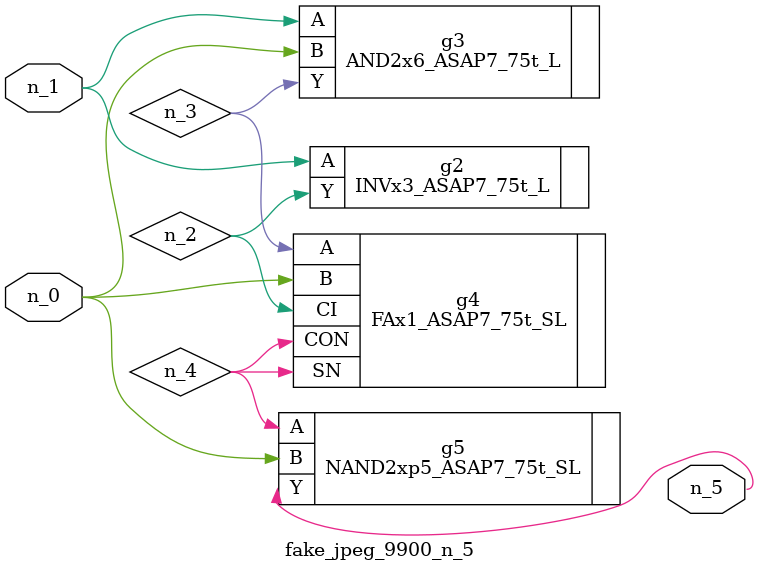
<source format=v>
module fake_jpeg_9900_n_5 (n_0, n_1, n_5);

input n_0;
input n_1;

output n_5;

wire n_2;
wire n_3;
wire n_4;

INVx3_ASAP7_75t_L g2 ( 
.A(n_1),
.Y(n_2)
);

AND2x6_ASAP7_75t_L g3 ( 
.A(n_1),
.B(n_0),
.Y(n_3)
);

FAx1_ASAP7_75t_SL g4 ( 
.A(n_3),
.B(n_0),
.CI(n_2),
.CON(n_4),
.SN(n_4)
);

NAND2xp5_ASAP7_75t_SL g5 ( 
.A(n_4),
.B(n_0),
.Y(n_5)
);


endmodule
</source>
